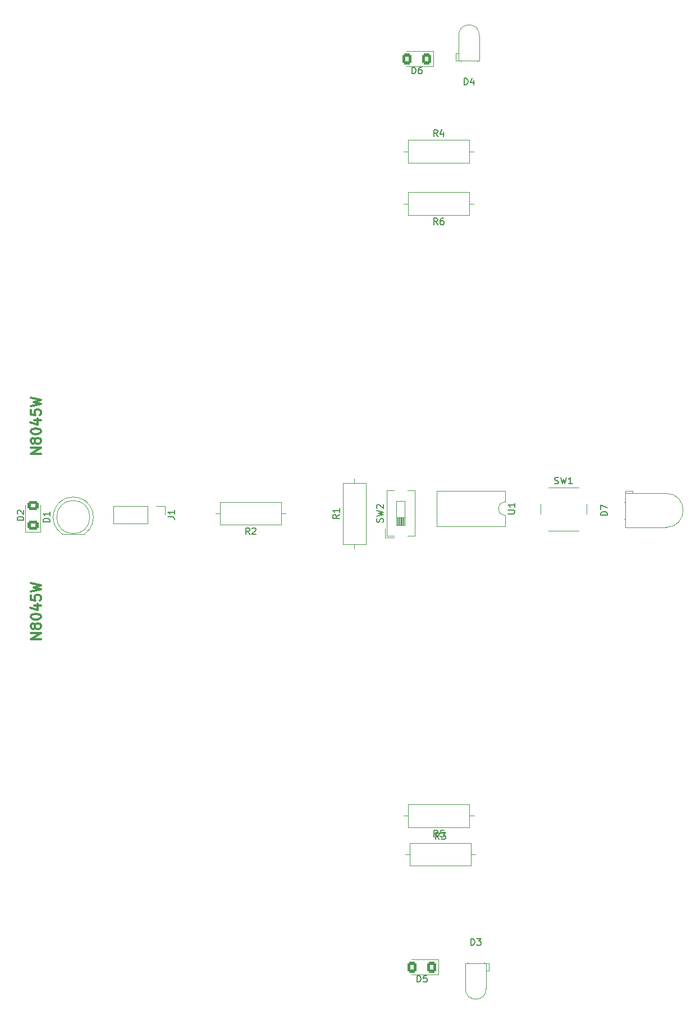
<source format=gto>
G04 #@! TF.GenerationSoftware,KiCad,Pcbnew,7.0.7*
G04 #@! TF.CreationDate,2023-12-10T19:07:21-06:00*
G04 #@! TF.ProjectId,airplane-keychain,61697270-6c61-46e6-952d-6b6579636861,1*
G04 #@! TF.SameCoordinates,Original*
G04 #@! TF.FileFunction,Legend,Top*
G04 #@! TF.FilePolarity,Positive*
%FSLAX46Y46*%
G04 Gerber Fmt 4.6, Leading zero omitted, Abs format (unit mm)*
G04 Created by KiCad (PCBNEW 7.0.7) date 2023-12-10 19:07:21*
%MOMM*%
%LPD*%
G01*
G04 APERTURE LIST*
G04 Aperture macros list*
%AMRoundRect*
0 Rectangle with rounded corners*
0 $1 Rounding radius*
0 $2 $3 $4 $5 $6 $7 $8 $9 X,Y pos of 4 corners*
0 Add a 4 corners polygon primitive as box body*
4,1,4,$2,$3,$4,$5,$6,$7,$8,$9,$2,$3,0*
0 Add four circle primitives for the rounded corners*
1,1,$1+$1,$2,$3*
1,1,$1+$1,$4,$5*
1,1,$1+$1,$6,$7*
1,1,$1+$1,$8,$9*
0 Add four rect primitives between the rounded corners*
20,1,$1+$1,$2,$3,$4,$5,0*
20,1,$1+$1,$4,$5,$6,$7,0*
20,1,$1+$1,$6,$7,$8,$9,0*
20,1,$1+$1,$8,$9,$2,$3,0*%
G04 Aperture macros list end*
%ADD10C,0.300000*%
%ADD11C,0.150000*%
%ADD12C,0.120000*%
%ADD13R,1.800000X1.800000*%
%ADD14C,1.800000*%
%ADD15RoundRect,0.250001X0.624999X-0.462499X0.624999X0.462499X-0.624999X0.462499X-0.624999X-0.462499X0*%
%ADD16RoundRect,0.250001X0.462499X0.624999X-0.462499X0.624999X-0.462499X-0.624999X0.462499X-0.624999X0*%
%ADD17C,1.600000*%
%ADD18O,1.600000X1.600000*%
%ADD19C,2.000000*%
%ADD20R,1.600000X1.600000*%
%ADD21R,1.700000X1.700000*%
%ADD22O,1.700000X1.700000*%
G04 APERTURE END LIST*
D10*
X83990328Y-86692856D02*
X82490328Y-86692856D01*
X82490328Y-86692856D02*
X83990328Y-85835713D01*
X83990328Y-85835713D02*
X82490328Y-85835713D01*
X83133185Y-84907141D02*
X83061757Y-85049998D01*
X83061757Y-85049998D02*
X82990328Y-85121427D01*
X82990328Y-85121427D02*
X82847471Y-85192855D01*
X82847471Y-85192855D02*
X82776042Y-85192855D01*
X82776042Y-85192855D02*
X82633185Y-85121427D01*
X82633185Y-85121427D02*
X82561757Y-85049998D01*
X82561757Y-85049998D02*
X82490328Y-84907141D01*
X82490328Y-84907141D02*
X82490328Y-84621427D01*
X82490328Y-84621427D02*
X82561757Y-84478570D01*
X82561757Y-84478570D02*
X82633185Y-84407141D01*
X82633185Y-84407141D02*
X82776042Y-84335712D01*
X82776042Y-84335712D02*
X82847471Y-84335712D01*
X82847471Y-84335712D02*
X82990328Y-84407141D01*
X82990328Y-84407141D02*
X83061757Y-84478570D01*
X83061757Y-84478570D02*
X83133185Y-84621427D01*
X83133185Y-84621427D02*
X83133185Y-84907141D01*
X83133185Y-84907141D02*
X83204614Y-85049998D01*
X83204614Y-85049998D02*
X83276042Y-85121427D01*
X83276042Y-85121427D02*
X83418900Y-85192855D01*
X83418900Y-85192855D02*
X83704614Y-85192855D01*
X83704614Y-85192855D02*
X83847471Y-85121427D01*
X83847471Y-85121427D02*
X83918900Y-85049998D01*
X83918900Y-85049998D02*
X83990328Y-84907141D01*
X83990328Y-84907141D02*
X83990328Y-84621427D01*
X83990328Y-84621427D02*
X83918900Y-84478570D01*
X83918900Y-84478570D02*
X83847471Y-84407141D01*
X83847471Y-84407141D02*
X83704614Y-84335712D01*
X83704614Y-84335712D02*
X83418900Y-84335712D01*
X83418900Y-84335712D02*
X83276042Y-84407141D01*
X83276042Y-84407141D02*
X83204614Y-84478570D01*
X83204614Y-84478570D02*
X83133185Y-84621427D01*
X82490328Y-83407141D02*
X82490328Y-83264284D01*
X82490328Y-83264284D02*
X82561757Y-83121427D01*
X82561757Y-83121427D02*
X82633185Y-83049999D01*
X82633185Y-83049999D02*
X82776042Y-82978570D01*
X82776042Y-82978570D02*
X83061757Y-82907141D01*
X83061757Y-82907141D02*
X83418900Y-82907141D01*
X83418900Y-82907141D02*
X83704614Y-82978570D01*
X83704614Y-82978570D02*
X83847471Y-83049999D01*
X83847471Y-83049999D02*
X83918900Y-83121427D01*
X83918900Y-83121427D02*
X83990328Y-83264284D01*
X83990328Y-83264284D02*
X83990328Y-83407141D01*
X83990328Y-83407141D02*
X83918900Y-83549999D01*
X83918900Y-83549999D02*
X83847471Y-83621427D01*
X83847471Y-83621427D02*
X83704614Y-83692856D01*
X83704614Y-83692856D02*
X83418900Y-83764284D01*
X83418900Y-83764284D02*
X83061757Y-83764284D01*
X83061757Y-83764284D02*
X82776042Y-83692856D01*
X82776042Y-83692856D02*
X82633185Y-83621427D01*
X82633185Y-83621427D02*
X82561757Y-83549999D01*
X82561757Y-83549999D02*
X82490328Y-83407141D01*
X82990328Y-81621428D02*
X83990328Y-81621428D01*
X82418900Y-81978570D02*
X83490328Y-82335713D01*
X83490328Y-82335713D02*
X83490328Y-81407142D01*
X82490328Y-80121428D02*
X82490328Y-80835714D01*
X82490328Y-80835714D02*
X83204614Y-80907142D01*
X83204614Y-80907142D02*
X83133185Y-80835714D01*
X83133185Y-80835714D02*
X83061757Y-80692857D01*
X83061757Y-80692857D02*
X83061757Y-80335714D01*
X83061757Y-80335714D02*
X83133185Y-80192857D01*
X83133185Y-80192857D02*
X83204614Y-80121428D01*
X83204614Y-80121428D02*
X83347471Y-80049999D01*
X83347471Y-80049999D02*
X83704614Y-80049999D01*
X83704614Y-80049999D02*
X83847471Y-80121428D01*
X83847471Y-80121428D02*
X83918900Y-80192857D01*
X83918900Y-80192857D02*
X83990328Y-80335714D01*
X83990328Y-80335714D02*
X83990328Y-80692857D01*
X83990328Y-80692857D02*
X83918900Y-80835714D01*
X83918900Y-80835714D02*
X83847471Y-80907142D01*
X82490328Y-79550000D02*
X83990328Y-79192857D01*
X83990328Y-79192857D02*
X82918900Y-78907143D01*
X82918900Y-78907143D02*
X83990328Y-78621428D01*
X83990328Y-78621428D02*
X82490328Y-78264286D01*
X83990328Y-114632856D02*
X82490328Y-114632856D01*
X82490328Y-114632856D02*
X83990328Y-113775713D01*
X83990328Y-113775713D02*
X82490328Y-113775713D01*
X83133185Y-112847141D02*
X83061757Y-112989998D01*
X83061757Y-112989998D02*
X82990328Y-113061427D01*
X82990328Y-113061427D02*
X82847471Y-113132855D01*
X82847471Y-113132855D02*
X82776042Y-113132855D01*
X82776042Y-113132855D02*
X82633185Y-113061427D01*
X82633185Y-113061427D02*
X82561757Y-112989998D01*
X82561757Y-112989998D02*
X82490328Y-112847141D01*
X82490328Y-112847141D02*
X82490328Y-112561427D01*
X82490328Y-112561427D02*
X82561757Y-112418570D01*
X82561757Y-112418570D02*
X82633185Y-112347141D01*
X82633185Y-112347141D02*
X82776042Y-112275712D01*
X82776042Y-112275712D02*
X82847471Y-112275712D01*
X82847471Y-112275712D02*
X82990328Y-112347141D01*
X82990328Y-112347141D02*
X83061757Y-112418570D01*
X83061757Y-112418570D02*
X83133185Y-112561427D01*
X83133185Y-112561427D02*
X83133185Y-112847141D01*
X83133185Y-112847141D02*
X83204614Y-112989998D01*
X83204614Y-112989998D02*
X83276042Y-113061427D01*
X83276042Y-113061427D02*
X83418900Y-113132855D01*
X83418900Y-113132855D02*
X83704614Y-113132855D01*
X83704614Y-113132855D02*
X83847471Y-113061427D01*
X83847471Y-113061427D02*
X83918900Y-112989998D01*
X83918900Y-112989998D02*
X83990328Y-112847141D01*
X83990328Y-112847141D02*
X83990328Y-112561427D01*
X83990328Y-112561427D02*
X83918900Y-112418570D01*
X83918900Y-112418570D02*
X83847471Y-112347141D01*
X83847471Y-112347141D02*
X83704614Y-112275712D01*
X83704614Y-112275712D02*
X83418900Y-112275712D01*
X83418900Y-112275712D02*
X83276042Y-112347141D01*
X83276042Y-112347141D02*
X83204614Y-112418570D01*
X83204614Y-112418570D02*
X83133185Y-112561427D01*
X82490328Y-111347141D02*
X82490328Y-111204284D01*
X82490328Y-111204284D02*
X82561757Y-111061427D01*
X82561757Y-111061427D02*
X82633185Y-110989999D01*
X82633185Y-110989999D02*
X82776042Y-110918570D01*
X82776042Y-110918570D02*
X83061757Y-110847141D01*
X83061757Y-110847141D02*
X83418900Y-110847141D01*
X83418900Y-110847141D02*
X83704614Y-110918570D01*
X83704614Y-110918570D02*
X83847471Y-110989999D01*
X83847471Y-110989999D02*
X83918900Y-111061427D01*
X83918900Y-111061427D02*
X83990328Y-111204284D01*
X83990328Y-111204284D02*
X83990328Y-111347141D01*
X83990328Y-111347141D02*
X83918900Y-111489999D01*
X83918900Y-111489999D02*
X83847471Y-111561427D01*
X83847471Y-111561427D02*
X83704614Y-111632856D01*
X83704614Y-111632856D02*
X83418900Y-111704284D01*
X83418900Y-111704284D02*
X83061757Y-111704284D01*
X83061757Y-111704284D02*
X82776042Y-111632856D01*
X82776042Y-111632856D02*
X82633185Y-111561427D01*
X82633185Y-111561427D02*
X82561757Y-111489999D01*
X82561757Y-111489999D02*
X82490328Y-111347141D01*
X82990328Y-109561428D02*
X83990328Y-109561428D01*
X82418900Y-109918570D02*
X83490328Y-110275713D01*
X83490328Y-110275713D02*
X83490328Y-109347142D01*
X82490328Y-108061428D02*
X82490328Y-108775714D01*
X82490328Y-108775714D02*
X83204614Y-108847142D01*
X83204614Y-108847142D02*
X83133185Y-108775714D01*
X83133185Y-108775714D02*
X83061757Y-108632857D01*
X83061757Y-108632857D02*
X83061757Y-108275714D01*
X83061757Y-108275714D02*
X83133185Y-108132857D01*
X83133185Y-108132857D02*
X83204614Y-108061428D01*
X83204614Y-108061428D02*
X83347471Y-107989999D01*
X83347471Y-107989999D02*
X83704614Y-107989999D01*
X83704614Y-107989999D02*
X83847471Y-108061428D01*
X83847471Y-108061428D02*
X83918900Y-108132857D01*
X83918900Y-108132857D02*
X83990328Y-108275714D01*
X83990328Y-108275714D02*
X83990328Y-108632857D01*
X83990328Y-108632857D02*
X83918900Y-108775714D01*
X83918900Y-108775714D02*
X83847471Y-108847142D01*
X82490328Y-107490000D02*
X83990328Y-107132857D01*
X83990328Y-107132857D02*
X82918900Y-106847143D01*
X82918900Y-106847143D02*
X83990328Y-106561428D01*
X83990328Y-106561428D02*
X82490328Y-106204286D01*
D11*
X85344819Y-97004094D02*
X84344819Y-97004094D01*
X84344819Y-97004094D02*
X84344819Y-96765999D01*
X84344819Y-96765999D02*
X84392438Y-96623142D01*
X84392438Y-96623142D02*
X84487676Y-96527904D01*
X84487676Y-96527904D02*
X84582914Y-96480285D01*
X84582914Y-96480285D02*
X84773390Y-96432666D01*
X84773390Y-96432666D02*
X84916247Y-96432666D01*
X84916247Y-96432666D02*
X85106723Y-96480285D01*
X85106723Y-96480285D02*
X85201961Y-96527904D01*
X85201961Y-96527904D02*
X85297200Y-96623142D01*
X85297200Y-96623142D02*
X85344819Y-96765999D01*
X85344819Y-96765999D02*
X85344819Y-97004094D01*
X85344819Y-95480285D02*
X85344819Y-96051713D01*
X85344819Y-95765999D02*
X84344819Y-95765999D01*
X84344819Y-95765999D02*
X84487676Y-95861237D01*
X84487676Y-95861237D02*
X84582914Y-95956475D01*
X84582914Y-95956475D02*
X84630533Y-96051713D01*
X81438819Y-96750094D02*
X80438819Y-96750094D01*
X80438819Y-96750094D02*
X80438819Y-96511999D01*
X80438819Y-96511999D02*
X80486438Y-96369142D01*
X80486438Y-96369142D02*
X80581676Y-96273904D01*
X80581676Y-96273904D02*
X80676914Y-96226285D01*
X80676914Y-96226285D02*
X80867390Y-96178666D01*
X80867390Y-96178666D02*
X81010247Y-96178666D01*
X81010247Y-96178666D02*
X81200723Y-96226285D01*
X81200723Y-96226285D02*
X81295961Y-96273904D01*
X81295961Y-96273904D02*
X81391200Y-96369142D01*
X81391200Y-96369142D02*
X81438819Y-96511999D01*
X81438819Y-96511999D02*
X81438819Y-96750094D01*
X80534057Y-95797713D02*
X80486438Y-95750094D01*
X80486438Y-95750094D02*
X80438819Y-95654856D01*
X80438819Y-95654856D02*
X80438819Y-95416761D01*
X80438819Y-95416761D02*
X80486438Y-95321523D01*
X80486438Y-95321523D02*
X80534057Y-95273904D01*
X80534057Y-95273904D02*
X80629295Y-95226285D01*
X80629295Y-95226285D02*
X80724533Y-95226285D01*
X80724533Y-95226285D02*
X80867390Y-95273904D01*
X80867390Y-95273904D02*
X81438819Y-95845332D01*
X81438819Y-95845332D02*
X81438819Y-95226285D01*
X140739905Y-166358819D02*
X140739905Y-165358819D01*
X140739905Y-165358819D02*
X140978000Y-165358819D01*
X140978000Y-165358819D02*
X141120857Y-165406438D01*
X141120857Y-165406438D02*
X141216095Y-165501676D01*
X141216095Y-165501676D02*
X141263714Y-165596914D01*
X141263714Y-165596914D02*
X141311333Y-165787390D01*
X141311333Y-165787390D02*
X141311333Y-165930247D01*
X141311333Y-165930247D02*
X141263714Y-166120723D01*
X141263714Y-166120723D02*
X141216095Y-166215961D01*
X141216095Y-166215961D02*
X141120857Y-166311200D01*
X141120857Y-166311200D02*
X140978000Y-166358819D01*
X140978000Y-166358819D02*
X140739905Y-166358819D01*
X142216095Y-165358819D02*
X141739905Y-165358819D01*
X141739905Y-165358819D02*
X141692286Y-165835009D01*
X141692286Y-165835009D02*
X141739905Y-165787390D01*
X141739905Y-165787390D02*
X141835143Y-165739771D01*
X141835143Y-165739771D02*
X142073238Y-165739771D01*
X142073238Y-165739771D02*
X142168476Y-165787390D01*
X142168476Y-165787390D02*
X142216095Y-165835009D01*
X142216095Y-165835009D02*
X142263714Y-165930247D01*
X142263714Y-165930247D02*
X142263714Y-166168342D01*
X142263714Y-166168342D02*
X142216095Y-166263580D01*
X142216095Y-166263580D02*
X142168476Y-166311200D01*
X142168476Y-166311200D02*
X142073238Y-166358819D01*
X142073238Y-166358819D02*
X141835143Y-166358819D01*
X141835143Y-166358819D02*
X141739905Y-166311200D01*
X141739905Y-166311200D02*
X141692286Y-166263580D01*
X139977905Y-29452819D02*
X139977905Y-28452819D01*
X139977905Y-28452819D02*
X140216000Y-28452819D01*
X140216000Y-28452819D02*
X140358857Y-28500438D01*
X140358857Y-28500438D02*
X140454095Y-28595676D01*
X140454095Y-28595676D02*
X140501714Y-28690914D01*
X140501714Y-28690914D02*
X140549333Y-28881390D01*
X140549333Y-28881390D02*
X140549333Y-29024247D01*
X140549333Y-29024247D02*
X140501714Y-29214723D01*
X140501714Y-29214723D02*
X140454095Y-29309961D01*
X140454095Y-29309961D02*
X140358857Y-29405200D01*
X140358857Y-29405200D02*
X140216000Y-29452819D01*
X140216000Y-29452819D02*
X139977905Y-29452819D01*
X141406476Y-28452819D02*
X141216000Y-28452819D01*
X141216000Y-28452819D02*
X141120762Y-28500438D01*
X141120762Y-28500438D02*
X141073143Y-28548057D01*
X141073143Y-28548057D02*
X140977905Y-28690914D01*
X140977905Y-28690914D02*
X140930286Y-28881390D01*
X140930286Y-28881390D02*
X140930286Y-29262342D01*
X140930286Y-29262342D02*
X140977905Y-29357580D01*
X140977905Y-29357580D02*
X141025524Y-29405200D01*
X141025524Y-29405200D02*
X141120762Y-29452819D01*
X141120762Y-29452819D02*
X141311238Y-29452819D01*
X141311238Y-29452819D02*
X141406476Y-29405200D01*
X141406476Y-29405200D02*
X141454095Y-29357580D01*
X141454095Y-29357580D02*
X141501714Y-29262342D01*
X141501714Y-29262342D02*
X141501714Y-29024247D01*
X141501714Y-29024247D02*
X141454095Y-28929009D01*
X141454095Y-28929009D02*
X141406476Y-28881390D01*
X141406476Y-28881390D02*
X141311238Y-28833771D01*
X141311238Y-28833771D02*
X141120762Y-28833771D01*
X141120762Y-28833771D02*
X141025524Y-28881390D01*
X141025524Y-28881390D02*
X140977905Y-28929009D01*
X140977905Y-28929009D02*
X140930286Y-29024247D01*
X129034819Y-95916666D02*
X128558628Y-96249999D01*
X129034819Y-96488094D02*
X128034819Y-96488094D01*
X128034819Y-96488094D02*
X128034819Y-96107142D01*
X128034819Y-96107142D02*
X128082438Y-96011904D01*
X128082438Y-96011904D02*
X128130057Y-95964285D01*
X128130057Y-95964285D02*
X128225295Y-95916666D01*
X128225295Y-95916666D02*
X128368152Y-95916666D01*
X128368152Y-95916666D02*
X128463390Y-95964285D01*
X128463390Y-95964285D02*
X128511009Y-96011904D01*
X128511009Y-96011904D02*
X128558628Y-96107142D01*
X128558628Y-96107142D02*
X128558628Y-96488094D01*
X129034819Y-94964285D02*
X129034819Y-95535713D01*
X129034819Y-95249999D02*
X128034819Y-95249999D01*
X128034819Y-95249999D02*
X128177676Y-95345237D01*
X128177676Y-95345237D02*
X128272914Y-95440475D01*
X128272914Y-95440475D02*
X128320533Y-95535713D01*
X115483333Y-98874819D02*
X115150000Y-98398628D01*
X114911905Y-98874819D02*
X114911905Y-97874819D01*
X114911905Y-97874819D02*
X115292857Y-97874819D01*
X115292857Y-97874819D02*
X115388095Y-97922438D01*
X115388095Y-97922438D02*
X115435714Y-97970057D01*
X115435714Y-97970057D02*
X115483333Y-98065295D01*
X115483333Y-98065295D02*
X115483333Y-98208152D01*
X115483333Y-98208152D02*
X115435714Y-98303390D01*
X115435714Y-98303390D02*
X115388095Y-98351009D01*
X115388095Y-98351009D02*
X115292857Y-98398628D01*
X115292857Y-98398628D02*
X114911905Y-98398628D01*
X115864286Y-97970057D02*
X115911905Y-97922438D01*
X115911905Y-97922438D02*
X116007143Y-97874819D01*
X116007143Y-97874819D02*
X116245238Y-97874819D01*
X116245238Y-97874819D02*
X116340476Y-97922438D01*
X116340476Y-97922438D02*
X116388095Y-97970057D01*
X116388095Y-97970057D02*
X116435714Y-98065295D01*
X116435714Y-98065295D02*
X116435714Y-98160533D01*
X116435714Y-98160533D02*
X116388095Y-98303390D01*
X116388095Y-98303390D02*
X115816667Y-98874819D01*
X115816667Y-98874819D02*
X116435714Y-98874819D01*
X144083333Y-144834819D02*
X143750000Y-144358628D01*
X143511905Y-144834819D02*
X143511905Y-143834819D01*
X143511905Y-143834819D02*
X143892857Y-143834819D01*
X143892857Y-143834819D02*
X143988095Y-143882438D01*
X143988095Y-143882438D02*
X144035714Y-143930057D01*
X144035714Y-143930057D02*
X144083333Y-144025295D01*
X144083333Y-144025295D02*
X144083333Y-144168152D01*
X144083333Y-144168152D02*
X144035714Y-144263390D01*
X144035714Y-144263390D02*
X143988095Y-144311009D01*
X143988095Y-144311009D02*
X143892857Y-144358628D01*
X143892857Y-144358628D02*
X143511905Y-144358628D01*
X144416667Y-143834819D02*
X145035714Y-143834819D01*
X145035714Y-143834819D02*
X144702381Y-144215771D01*
X144702381Y-144215771D02*
X144845238Y-144215771D01*
X144845238Y-144215771D02*
X144940476Y-144263390D01*
X144940476Y-144263390D02*
X144988095Y-144311009D01*
X144988095Y-144311009D02*
X145035714Y-144406247D01*
X145035714Y-144406247D02*
X145035714Y-144644342D01*
X145035714Y-144644342D02*
X144988095Y-144739580D01*
X144988095Y-144739580D02*
X144940476Y-144787200D01*
X144940476Y-144787200D02*
X144845238Y-144834819D01*
X144845238Y-144834819D02*
X144559524Y-144834819D01*
X144559524Y-144834819D02*
X144464286Y-144787200D01*
X144464286Y-144787200D02*
X144416667Y-144739580D01*
X143851333Y-38882819D02*
X143518000Y-38406628D01*
X143279905Y-38882819D02*
X143279905Y-37882819D01*
X143279905Y-37882819D02*
X143660857Y-37882819D01*
X143660857Y-37882819D02*
X143756095Y-37930438D01*
X143756095Y-37930438D02*
X143803714Y-37978057D01*
X143803714Y-37978057D02*
X143851333Y-38073295D01*
X143851333Y-38073295D02*
X143851333Y-38216152D01*
X143851333Y-38216152D02*
X143803714Y-38311390D01*
X143803714Y-38311390D02*
X143756095Y-38359009D01*
X143756095Y-38359009D02*
X143660857Y-38406628D01*
X143660857Y-38406628D02*
X143279905Y-38406628D01*
X144708476Y-38216152D02*
X144708476Y-38882819D01*
X144470381Y-37835200D02*
X144232286Y-38549485D01*
X144232286Y-38549485D02*
X144851333Y-38549485D01*
X143883333Y-144474819D02*
X143550000Y-143998628D01*
X143311905Y-144474819D02*
X143311905Y-143474819D01*
X143311905Y-143474819D02*
X143692857Y-143474819D01*
X143692857Y-143474819D02*
X143788095Y-143522438D01*
X143788095Y-143522438D02*
X143835714Y-143570057D01*
X143835714Y-143570057D02*
X143883333Y-143665295D01*
X143883333Y-143665295D02*
X143883333Y-143808152D01*
X143883333Y-143808152D02*
X143835714Y-143903390D01*
X143835714Y-143903390D02*
X143788095Y-143951009D01*
X143788095Y-143951009D02*
X143692857Y-143998628D01*
X143692857Y-143998628D02*
X143311905Y-143998628D01*
X144788095Y-143474819D02*
X144311905Y-143474819D01*
X144311905Y-143474819D02*
X144264286Y-143951009D01*
X144264286Y-143951009D02*
X144311905Y-143903390D01*
X144311905Y-143903390D02*
X144407143Y-143855771D01*
X144407143Y-143855771D02*
X144645238Y-143855771D01*
X144645238Y-143855771D02*
X144740476Y-143903390D01*
X144740476Y-143903390D02*
X144788095Y-143951009D01*
X144788095Y-143951009D02*
X144835714Y-144046247D01*
X144835714Y-144046247D02*
X144835714Y-144284342D01*
X144835714Y-144284342D02*
X144788095Y-144379580D01*
X144788095Y-144379580D02*
X144740476Y-144427200D01*
X144740476Y-144427200D02*
X144645238Y-144474819D01*
X144645238Y-144474819D02*
X144407143Y-144474819D01*
X144407143Y-144474819D02*
X144311905Y-144427200D01*
X144311905Y-144427200D02*
X144264286Y-144379580D01*
X143851333Y-52196819D02*
X143518000Y-51720628D01*
X143279905Y-52196819D02*
X143279905Y-51196819D01*
X143279905Y-51196819D02*
X143660857Y-51196819D01*
X143660857Y-51196819D02*
X143756095Y-51244438D01*
X143756095Y-51244438D02*
X143803714Y-51292057D01*
X143803714Y-51292057D02*
X143851333Y-51387295D01*
X143851333Y-51387295D02*
X143851333Y-51530152D01*
X143851333Y-51530152D02*
X143803714Y-51625390D01*
X143803714Y-51625390D02*
X143756095Y-51673009D01*
X143756095Y-51673009D02*
X143660857Y-51720628D01*
X143660857Y-51720628D02*
X143279905Y-51720628D01*
X144708476Y-51196819D02*
X144518000Y-51196819D01*
X144518000Y-51196819D02*
X144422762Y-51244438D01*
X144422762Y-51244438D02*
X144375143Y-51292057D01*
X144375143Y-51292057D02*
X144279905Y-51434914D01*
X144279905Y-51434914D02*
X144232286Y-51625390D01*
X144232286Y-51625390D02*
X144232286Y-52006342D01*
X144232286Y-52006342D02*
X144279905Y-52101580D01*
X144279905Y-52101580D02*
X144327524Y-52149200D01*
X144327524Y-52149200D02*
X144422762Y-52196819D01*
X144422762Y-52196819D02*
X144613238Y-52196819D01*
X144613238Y-52196819D02*
X144708476Y-52149200D01*
X144708476Y-52149200D02*
X144756095Y-52101580D01*
X144756095Y-52101580D02*
X144803714Y-52006342D01*
X144803714Y-52006342D02*
X144803714Y-51768247D01*
X144803714Y-51768247D02*
X144756095Y-51673009D01*
X144756095Y-51673009D02*
X144708476Y-51625390D01*
X144708476Y-51625390D02*
X144613238Y-51577771D01*
X144613238Y-51577771D02*
X144422762Y-51577771D01*
X144422762Y-51577771D02*
X144327524Y-51625390D01*
X144327524Y-51625390D02*
X144279905Y-51673009D01*
X144279905Y-51673009D02*
X144232286Y-51768247D01*
X161516667Y-91207200D02*
X161659524Y-91254819D01*
X161659524Y-91254819D02*
X161897619Y-91254819D01*
X161897619Y-91254819D02*
X161992857Y-91207200D01*
X161992857Y-91207200D02*
X162040476Y-91159580D01*
X162040476Y-91159580D02*
X162088095Y-91064342D01*
X162088095Y-91064342D02*
X162088095Y-90969104D01*
X162088095Y-90969104D02*
X162040476Y-90873866D01*
X162040476Y-90873866D02*
X161992857Y-90826247D01*
X161992857Y-90826247D02*
X161897619Y-90778628D01*
X161897619Y-90778628D02*
X161707143Y-90731009D01*
X161707143Y-90731009D02*
X161611905Y-90683390D01*
X161611905Y-90683390D02*
X161564286Y-90635771D01*
X161564286Y-90635771D02*
X161516667Y-90540533D01*
X161516667Y-90540533D02*
X161516667Y-90445295D01*
X161516667Y-90445295D02*
X161564286Y-90350057D01*
X161564286Y-90350057D02*
X161611905Y-90302438D01*
X161611905Y-90302438D02*
X161707143Y-90254819D01*
X161707143Y-90254819D02*
X161945238Y-90254819D01*
X161945238Y-90254819D02*
X162088095Y-90302438D01*
X162421429Y-90254819D02*
X162659524Y-91254819D01*
X162659524Y-91254819D02*
X162850000Y-90540533D01*
X162850000Y-90540533D02*
X163040476Y-91254819D01*
X163040476Y-91254819D02*
X163278572Y-90254819D01*
X164183333Y-91254819D02*
X163611905Y-91254819D01*
X163897619Y-91254819D02*
X163897619Y-90254819D01*
X163897619Y-90254819D02*
X163802381Y-90397676D01*
X163802381Y-90397676D02*
X163707143Y-90492914D01*
X163707143Y-90492914D02*
X163611905Y-90540533D01*
X135597200Y-97023332D02*
X135644819Y-96880475D01*
X135644819Y-96880475D02*
X135644819Y-96642380D01*
X135644819Y-96642380D02*
X135597200Y-96547142D01*
X135597200Y-96547142D02*
X135549580Y-96499523D01*
X135549580Y-96499523D02*
X135454342Y-96451904D01*
X135454342Y-96451904D02*
X135359104Y-96451904D01*
X135359104Y-96451904D02*
X135263866Y-96499523D01*
X135263866Y-96499523D02*
X135216247Y-96547142D01*
X135216247Y-96547142D02*
X135168628Y-96642380D01*
X135168628Y-96642380D02*
X135121009Y-96832856D01*
X135121009Y-96832856D02*
X135073390Y-96928094D01*
X135073390Y-96928094D02*
X135025771Y-96975713D01*
X135025771Y-96975713D02*
X134930533Y-97023332D01*
X134930533Y-97023332D02*
X134835295Y-97023332D01*
X134835295Y-97023332D02*
X134740057Y-96975713D01*
X134740057Y-96975713D02*
X134692438Y-96928094D01*
X134692438Y-96928094D02*
X134644819Y-96832856D01*
X134644819Y-96832856D02*
X134644819Y-96594761D01*
X134644819Y-96594761D02*
X134692438Y-96451904D01*
X134644819Y-96118570D02*
X135644819Y-95880475D01*
X135644819Y-95880475D02*
X134930533Y-95689999D01*
X134930533Y-95689999D02*
X135644819Y-95499523D01*
X135644819Y-95499523D02*
X134644819Y-95261428D01*
X134740057Y-94928094D02*
X134692438Y-94880475D01*
X134692438Y-94880475D02*
X134644819Y-94785237D01*
X134644819Y-94785237D02*
X134644819Y-94547142D01*
X134644819Y-94547142D02*
X134692438Y-94451904D01*
X134692438Y-94451904D02*
X134740057Y-94404285D01*
X134740057Y-94404285D02*
X134835295Y-94356666D01*
X134835295Y-94356666D02*
X134930533Y-94356666D01*
X134930533Y-94356666D02*
X135073390Y-94404285D01*
X135073390Y-94404285D02*
X135644819Y-94975713D01*
X135644819Y-94975713D02*
X135644819Y-94356666D01*
X148867905Y-160800819D02*
X148867905Y-159800819D01*
X148867905Y-159800819D02*
X149106000Y-159800819D01*
X149106000Y-159800819D02*
X149248857Y-159848438D01*
X149248857Y-159848438D02*
X149344095Y-159943676D01*
X149344095Y-159943676D02*
X149391714Y-160038914D01*
X149391714Y-160038914D02*
X149439333Y-160229390D01*
X149439333Y-160229390D02*
X149439333Y-160372247D01*
X149439333Y-160372247D02*
X149391714Y-160562723D01*
X149391714Y-160562723D02*
X149344095Y-160657961D01*
X149344095Y-160657961D02*
X149248857Y-160753200D01*
X149248857Y-160753200D02*
X149106000Y-160800819D01*
X149106000Y-160800819D02*
X148867905Y-160800819D01*
X149772667Y-159800819D02*
X150391714Y-159800819D01*
X150391714Y-159800819D02*
X150058381Y-160181771D01*
X150058381Y-160181771D02*
X150201238Y-160181771D01*
X150201238Y-160181771D02*
X150296476Y-160229390D01*
X150296476Y-160229390D02*
X150344095Y-160277009D01*
X150344095Y-160277009D02*
X150391714Y-160372247D01*
X150391714Y-160372247D02*
X150391714Y-160610342D01*
X150391714Y-160610342D02*
X150344095Y-160705580D01*
X150344095Y-160705580D02*
X150296476Y-160753200D01*
X150296476Y-160753200D02*
X150201238Y-160800819D01*
X150201238Y-160800819D02*
X149915524Y-160800819D01*
X149915524Y-160800819D02*
X149820286Y-160753200D01*
X149820286Y-160753200D02*
X149772667Y-160705580D01*
X147851905Y-31116819D02*
X147851905Y-30116819D01*
X147851905Y-30116819D02*
X148090000Y-30116819D01*
X148090000Y-30116819D02*
X148232857Y-30164438D01*
X148232857Y-30164438D02*
X148328095Y-30259676D01*
X148328095Y-30259676D02*
X148375714Y-30354914D01*
X148375714Y-30354914D02*
X148423333Y-30545390D01*
X148423333Y-30545390D02*
X148423333Y-30688247D01*
X148423333Y-30688247D02*
X148375714Y-30878723D01*
X148375714Y-30878723D02*
X148328095Y-30973961D01*
X148328095Y-30973961D02*
X148232857Y-31069200D01*
X148232857Y-31069200D02*
X148090000Y-31116819D01*
X148090000Y-31116819D02*
X147851905Y-31116819D01*
X149280476Y-30450152D02*
X149280476Y-31116819D01*
X149042381Y-30069200D02*
X148804286Y-30783485D01*
X148804286Y-30783485D02*
X149423333Y-30783485D01*
X169436819Y-95988094D02*
X168436819Y-95988094D01*
X168436819Y-95988094D02*
X168436819Y-95749999D01*
X168436819Y-95749999D02*
X168484438Y-95607142D01*
X168484438Y-95607142D02*
X168579676Y-95511904D01*
X168579676Y-95511904D02*
X168674914Y-95464285D01*
X168674914Y-95464285D02*
X168865390Y-95416666D01*
X168865390Y-95416666D02*
X169008247Y-95416666D01*
X169008247Y-95416666D02*
X169198723Y-95464285D01*
X169198723Y-95464285D02*
X169293961Y-95511904D01*
X169293961Y-95511904D02*
X169389200Y-95607142D01*
X169389200Y-95607142D02*
X169436819Y-95749999D01*
X169436819Y-95749999D02*
X169436819Y-95988094D01*
X168436819Y-95083332D02*
X168436819Y-94416666D01*
X168436819Y-94416666D02*
X169436819Y-94845237D01*
X103184819Y-96233333D02*
X103899104Y-96233333D01*
X103899104Y-96233333D02*
X104041961Y-96280952D01*
X104041961Y-96280952D02*
X104137200Y-96376190D01*
X104137200Y-96376190D02*
X104184819Y-96519047D01*
X104184819Y-96519047D02*
X104184819Y-96614285D01*
X104184819Y-95233333D02*
X104184819Y-95804761D01*
X104184819Y-95519047D02*
X103184819Y-95519047D01*
X103184819Y-95519047D02*
X103327676Y-95614285D01*
X103327676Y-95614285D02*
X103422914Y-95709523D01*
X103422914Y-95709523D02*
X103470533Y-95804761D01*
X154484819Y-95751904D02*
X155294342Y-95751904D01*
X155294342Y-95751904D02*
X155389580Y-95704285D01*
X155389580Y-95704285D02*
X155437200Y-95656666D01*
X155437200Y-95656666D02*
X155484819Y-95561428D01*
X155484819Y-95561428D02*
X155484819Y-95370952D01*
X155484819Y-95370952D02*
X155437200Y-95275714D01*
X155437200Y-95275714D02*
X155389580Y-95228095D01*
X155389580Y-95228095D02*
X155294342Y-95180476D01*
X155294342Y-95180476D02*
X154484819Y-95180476D01*
X155484819Y-94180476D02*
X155484819Y-94751904D01*
X155484819Y-94466190D02*
X154484819Y-94466190D01*
X154484819Y-94466190D02*
X154627676Y-94561428D01*
X154627676Y-94561428D02*
X154722914Y-94656666D01*
X154722914Y-94656666D02*
X154770533Y-94751904D01*
D12*
X87260000Y-98826000D02*
X90540000Y-98826000D01*
X88901958Y-93226002D02*
G75*
G03*
X87260489Y-98825999I-1958J-3039998D01*
G01*
X90539511Y-98825999D02*
G75*
G03*
X88898042Y-93226002I-1639511J2559999D01*
G01*
X91400000Y-96266000D02*
G75*
G03*
X91400000Y-96266000I-2500000J0D01*
G01*
X81669000Y-98472000D02*
X83939000Y-98472000D01*
X83939000Y-98472000D02*
X83939000Y-94412000D01*
X81669000Y-94412000D02*
X81669000Y-98472000D01*
X143938000Y-165219000D02*
X143938000Y-162949000D01*
X143938000Y-162949000D02*
X139878000Y-162949000D01*
X139878000Y-165219000D02*
X143938000Y-165219000D01*
X143176000Y-28313000D02*
X143176000Y-26043000D01*
X143176000Y-26043000D02*
X139116000Y-26043000D01*
X139116000Y-28313000D02*
X143176000Y-28313000D01*
X131300000Y-101060000D02*
X131300000Y-100370000D01*
X129580000Y-100370000D02*
X133020000Y-100370000D01*
X133020000Y-100370000D02*
X133020000Y-91130000D01*
X129580000Y-91130000D02*
X129580000Y-100370000D01*
X133020000Y-91130000D02*
X129580000Y-91130000D01*
X131300000Y-90440000D02*
X131300000Y-91130000D01*
X120960000Y-95700000D02*
X120270000Y-95700000D01*
X120270000Y-97420000D02*
X120270000Y-93980000D01*
X120270000Y-93980000D02*
X111030000Y-93980000D01*
X111030000Y-97420000D02*
X120270000Y-97420000D01*
X111030000Y-93980000D02*
X111030000Y-97420000D01*
X110340000Y-95700000D02*
X111030000Y-95700000D01*
X138940000Y-147100000D02*
X139630000Y-147100000D01*
X139630000Y-145380000D02*
X139630000Y-148820000D01*
X139630000Y-148820000D02*
X148870000Y-148820000D01*
X148870000Y-145380000D02*
X139630000Y-145380000D01*
X148870000Y-148820000D02*
X148870000Y-145380000D01*
X149560000Y-147100000D02*
X148870000Y-147100000D01*
X138708000Y-41148000D02*
X139398000Y-41148000D01*
X139398000Y-39428000D02*
X139398000Y-42868000D01*
X139398000Y-42868000D02*
X148638000Y-42868000D01*
X148638000Y-39428000D02*
X139398000Y-39428000D01*
X148638000Y-42868000D02*
X148638000Y-39428000D01*
X149328000Y-41148000D02*
X148638000Y-41148000D01*
X149360000Y-141300000D02*
X148670000Y-141300000D01*
X148670000Y-143020000D02*
X148670000Y-139580000D01*
X148670000Y-139580000D02*
X139430000Y-139580000D01*
X139430000Y-143020000D02*
X148670000Y-143020000D01*
X139430000Y-139580000D02*
X139430000Y-143020000D01*
X138740000Y-141300000D02*
X139430000Y-141300000D01*
X149328000Y-49022000D02*
X148638000Y-49022000D01*
X148638000Y-50742000D02*
X148638000Y-47302000D01*
X148638000Y-47302000D02*
X139398000Y-47302000D01*
X139398000Y-50742000D02*
X148638000Y-50742000D01*
X139398000Y-47302000D02*
X139398000Y-50742000D01*
X138708000Y-49022000D02*
X139398000Y-49022000D01*
X159350000Y-94300000D02*
X159350000Y-95800000D01*
X160600000Y-98300000D02*
X165100000Y-98300000D01*
X165100000Y-91800000D02*
X160600000Y-91800000D01*
X166350000Y-95800000D02*
X166350000Y-94300000D01*
X135950000Y-99340000D02*
X137260000Y-99340000D01*
X135950000Y-99340000D02*
X135950000Y-97957000D01*
X136190000Y-99100000D02*
X137260000Y-99100000D01*
X136190000Y-99100000D02*
X136190000Y-92279000D01*
X139340000Y-99100000D02*
X140410000Y-99100000D01*
X140410000Y-99100000D02*
X140410000Y-92279000D01*
X137665000Y-97500000D02*
X138935000Y-97500000D01*
X137785000Y-97500000D02*
X137785000Y-96293333D01*
X137905000Y-97500000D02*
X137905000Y-96293333D01*
X138025000Y-97500000D02*
X138025000Y-96293333D01*
X138145000Y-97500000D02*
X138145000Y-96293333D01*
X138265000Y-97500000D02*
X138265000Y-96293333D01*
X138385000Y-97500000D02*
X138385000Y-96293333D01*
X138505000Y-97500000D02*
X138505000Y-96293333D01*
X138625000Y-97500000D02*
X138625000Y-96293333D01*
X138745000Y-97500000D02*
X138745000Y-96293333D01*
X138865000Y-97500000D02*
X138865000Y-96293333D01*
X138935000Y-97500000D02*
X138935000Y-93880000D01*
X137665000Y-96293333D02*
X138935000Y-96293333D01*
X137665000Y-93880000D02*
X137665000Y-97500000D01*
X138935000Y-93880000D02*
X137665000Y-93880000D01*
X136190000Y-92279000D02*
X137310000Y-92279000D01*
X139290000Y-92279000D02*
X140410000Y-92279000D01*
X148046000Y-163516000D02*
X148046000Y-167376000D01*
X148046000Y-163516000D02*
X151166000Y-163516000D01*
X148336000Y-163386000D02*
X148336000Y-163386000D01*
X148336000Y-163386000D02*
X148336000Y-163516000D01*
X148336000Y-163516000D02*
X148336000Y-163386000D01*
X148336000Y-163516000D02*
X148336000Y-163516000D01*
X150876000Y-163386000D02*
X150876000Y-163386000D01*
X150876000Y-163386000D02*
X150876000Y-163516000D01*
X150876000Y-163516000D02*
X150876000Y-163386000D01*
X150876000Y-163516000D02*
X150876000Y-163516000D01*
X151166000Y-163516000D02*
X151166000Y-167376000D01*
X151166000Y-163516000D02*
X151566000Y-163516000D01*
X151166000Y-164636000D02*
X151166000Y-163516000D01*
X151566000Y-163516000D02*
X151566000Y-164636000D01*
X151566000Y-164636000D02*
X151166000Y-164636000D01*
X148046000Y-167376000D02*
G75*
G03*
X151166000Y-167376000I1560000J0D01*
G01*
X150150000Y-27492000D02*
X150150000Y-23632000D01*
X150150000Y-27492000D02*
X147030000Y-27492000D01*
X149860000Y-27622000D02*
X149860000Y-27622000D01*
X149860000Y-27622000D02*
X149860000Y-27492000D01*
X149860000Y-27492000D02*
X149860000Y-27622000D01*
X149860000Y-27492000D02*
X149860000Y-27492000D01*
X147320000Y-27622000D02*
X147320000Y-27622000D01*
X147320000Y-27622000D02*
X147320000Y-27492000D01*
X147320000Y-27492000D02*
X147320000Y-27622000D01*
X147320000Y-27492000D02*
X147320000Y-27492000D01*
X147030000Y-27492000D02*
X147030000Y-23632000D01*
X147030000Y-27492000D02*
X146630000Y-27492000D01*
X147030000Y-26372000D02*
X147030000Y-27492000D01*
X146630000Y-27492000D02*
X146630000Y-26372000D01*
X146630000Y-26372000D02*
X147030000Y-26372000D01*
X150150000Y-23632000D02*
G75*
G03*
X147030000Y-23632000I-1560000J0D01*
G01*
X172152000Y-97810000D02*
X178312000Y-97810000D01*
X172152000Y-97810000D02*
X172152000Y-92690000D01*
X172022000Y-96520000D02*
X172022000Y-96520000D01*
X172022000Y-96520000D02*
X172152000Y-96520000D01*
X172152000Y-96520000D02*
X172022000Y-96520000D01*
X172152000Y-96520000D02*
X172152000Y-96520000D01*
X172022000Y-93980000D02*
X172022000Y-93980000D01*
X172022000Y-93980000D02*
X172152000Y-93980000D01*
X172152000Y-93980000D02*
X172022000Y-93980000D01*
X172152000Y-93980000D02*
X172152000Y-93980000D01*
X172152000Y-92690000D02*
X178312000Y-92690000D01*
X172152000Y-92690000D02*
X172152000Y-92290000D01*
X173272000Y-92690000D02*
X172152000Y-92690000D01*
X172152000Y-92290000D02*
X173272000Y-92290000D01*
X173272000Y-92290000D02*
X173272000Y-92690000D01*
X178312000Y-97810000D02*
G75*
G03*
X178312000Y-92690000I0J2560000D01*
G01*
X102730000Y-94570000D02*
X102730000Y-95900000D01*
X101400000Y-94570000D02*
X102730000Y-94570000D01*
X100130000Y-94570000D02*
X94990000Y-94570000D01*
X100130000Y-94570000D02*
X100130000Y-97230000D01*
X94990000Y-94570000D02*
X94990000Y-97230000D01*
X100130000Y-97230000D02*
X94990000Y-97230000D01*
X154030000Y-92340000D02*
X143750000Y-92340000D01*
X143750000Y-92340000D02*
X143750000Y-97640000D01*
X154030000Y-93990000D02*
X154030000Y-92340000D01*
X154030000Y-97640000D02*
X154030000Y-95990000D01*
X143750000Y-97640000D02*
X154030000Y-97640000D01*
X154030000Y-93990000D02*
G75*
G03*
X154030000Y-95990000I0J-1000000D01*
G01*
%LPC*%
D13*
X88900000Y-97536000D03*
D14*
X88900000Y-94996000D03*
D15*
X82804000Y-97499500D03*
X82804000Y-94524500D03*
D16*
X142965500Y-164084000D03*
X139990500Y-164084000D03*
X142203500Y-27178000D03*
X139228500Y-27178000D03*
D17*
X131300000Y-102100000D03*
D18*
X131300000Y-89400000D03*
D17*
X122000000Y-95700000D03*
D18*
X109300000Y-95700000D03*
D17*
X137900000Y-147100000D03*
D18*
X150600000Y-147100000D03*
D17*
X137668000Y-41148000D03*
D18*
X150368000Y-41148000D03*
D17*
X150400000Y-141300000D03*
D18*
X137700000Y-141300000D03*
D17*
X150368000Y-49022000D03*
D18*
X137668000Y-49022000D03*
D19*
X159600000Y-92800000D03*
X166100000Y-92800000D03*
X159600000Y-97300000D03*
X166100000Y-97300000D03*
D20*
X138300000Y-99500000D03*
D18*
X138300000Y-91880000D03*
D13*
X148336000Y-162306000D03*
D14*
X150876000Y-162306000D03*
D13*
X149860000Y-28702000D03*
D14*
X147320000Y-28702000D03*
D13*
X170942000Y-96520000D03*
D14*
X170942000Y-93980000D03*
D21*
X101400000Y-95900000D03*
D22*
X98860000Y-95900000D03*
X96320000Y-95900000D03*
D20*
X152700000Y-91180000D03*
D18*
X150160000Y-91180000D03*
X147620000Y-91180000D03*
X145080000Y-91180000D03*
X145080000Y-98800000D03*
X147620000Y-98800000D03*
X150160000Y-98800000D03*
X152700000Y-98800000D03*
%LPD*%
M02*

</source>
